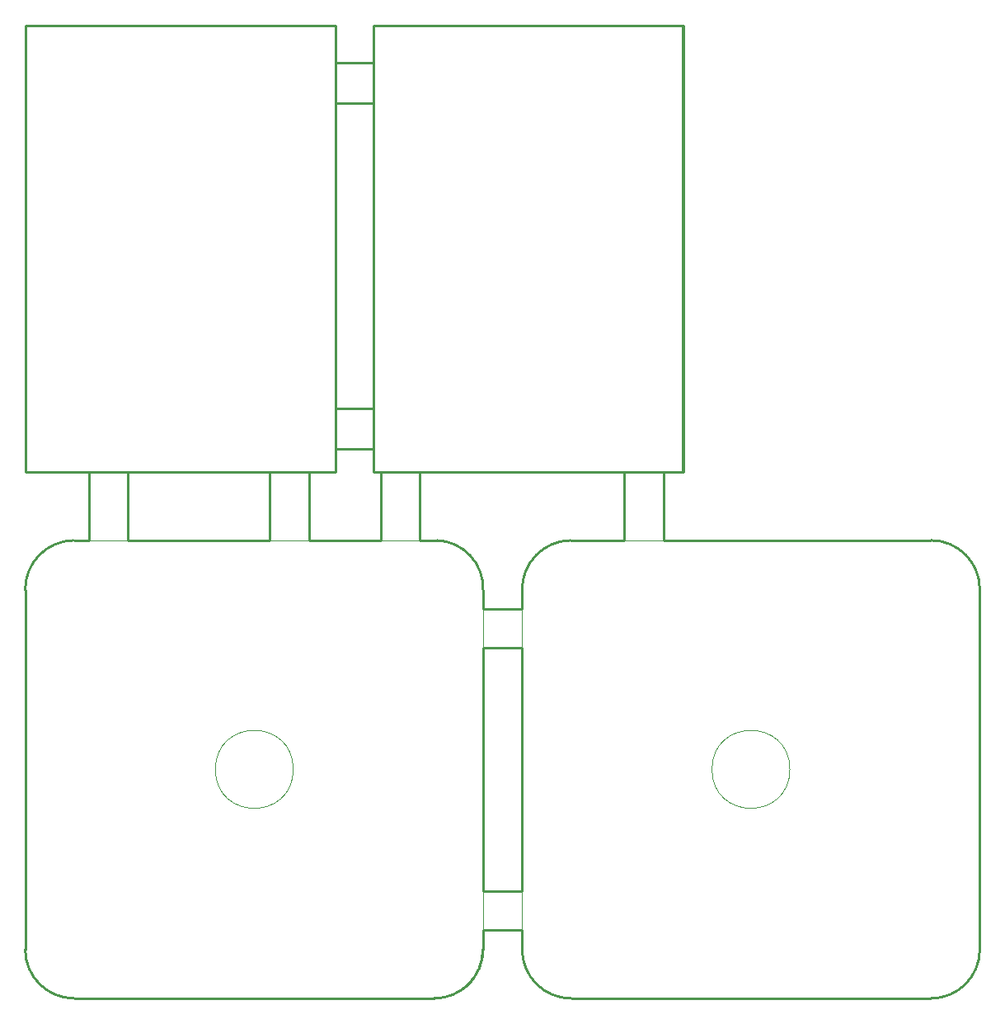
<source format=gko>
G04 Layer_Color=16711935*
%FSLAX44Y44*%
%MOMM*%
G71*
G01*
G75*
%ADD17C,0.2540*%
%ADD65C,0.0127*%
D17*
X470000Y419000D02*
G03*
X422318Y470000I-49341J1659D01*
G01*
X-327Y50327D02*
G03*
X50000Y0I50327J0D01*
G01*
X49673Y470000D02*
G03*
X-327Y419000I500J-50500D01*
G01*
X419673Y0D02*
G03*
X469673Y50000I0J50000D01*
G01*
X930000Y0D02*
G03*
X980000Y50000I0J50000D01*
G01*
Y420000D02*
G03*
X930000Y470000I-50000J0D01*
G01*
X560000D02*
G03*
X510000Y419000I500J-50500D01*
G01*
Y50327D02*
G03*
X560327Y0I50327J0D01*
G01*
X357000Y605000D02*
Y919000D01*
X318000Y605000D02*
Y919000D01*
X357000Y960000D02*
Y998000D01*
X318000Y960000D02*
Y998000D01*
Y919000D02*
X357000D01*
X318000Y960000D02*
X357000D01*
X318000Y605000D02*
X357000D01*
X318000Y564000D02*
X357000D01*
X318000Y540000D02*
Y564000D01*
X357000Y540000D02*
Y564000D01*
Y540000D02*
X365000D01*
X291000D02*
X318000D01*
X405000D02*
X615000D01*
X405000Y470000D02*
X422318D01*
X291000D02*
X365000D01*
X615000Y470000D02*
X615000Y470000D01*
X560000Y470000D02*
X615000D01*
X930000Y470000D02*
X930000Y470000D01*
X655000Y470000D02*
X930000D01*
X655000Y540000D02*
X675000D01*
X615000Y470000D02*
Y540000D01*
X655000Y470000D02*
Y540000D01*
X365000Y470000D02*
Y540000D01*
X405000Y470000D02*
Y540000D01*
X105000Y470000D02*
X251000D01*
X105000Y540000D02*
X251000D01*
Y470000D02*
Y540000D01*
X291000Y470000D02*
Y540000D01*
X105000Y470000D02*
Y540000D01*
X49673Y470000D02*
X65000D01*
Y540000D01*
X0D02*
X65000D01*
X675000D02*
Y998000D01*
X357000D02*
X675000D01*
X0Y540000D02*
Y998000D01*
X318000D01*
X470000Y400000D02*
Y419000D01*
X510000Y400000D02*
Y419000D01*
X470170Y110170D02*
X470340Y110000D01*
X510000D01*
X470170Y110170D02*
Y360000D01*
X510000Y110000D02*
Y360000D01*
Y50327D02*
Y70000D01*
X469673Y69503D02*
X470170Y70000D01*
X469673Y50000D02*
Y69503D01*
X-327Y50327D02*
Y419000D01*
X50000Y0D02*
X419673D01*
X470170Y70000D02*
X510000D01*
X470000Y400000D02*
X510000D01*
X470170Y360000D02*
X510000D01*
X560327Y0D02*
X930000D01*
X980000Y50000D02*
Y420000D01*
X0Y540000D02*
X318000D01*
Y998000D01*
X0D02*
X318000D01*
X0Y540000D02*
Y998000D01*
X357300Y540000D02*
X675300D01*
Y998000D01*
X357300D02*
X675300D01*
X357300Y540000D02*
Y998000D01*
D65*
X275000Y235000D02*
G03*
X275000Y235000I-40000J0D01*
G01*
X469551Y426524D02*
X470000Y419673D01*
X468275Y432935D02*
X469551Y426524D01*
X466174Y439126D02*
X468275Y432935D01*
X463283Y444989D02*
X466174Y439126D01*
X459651Y450425D02*
X463283Y444989D01*
X455340Y455340D02*
X459651Y450425D01*
X450425Y459651D02*
X455340Y455340D01*
X444989Y463283D02*
X450425Y459651D01*
X439126Y466174D02*
X444989Y463283D01*
X432935Y468276D02*
X439126Y466174D01*
X426524Y469551D02*
X432935Y468276D01*
X419673Y470000D02*
X426524Y469551D01*
X470000Y50327D02*
X470000Y419673D01*
X419673Y0D02*
X426524Y449D01*
X432935Y1725D01*
X439126Y3826D01*
X444989Y6717D01*
X450425Y10349D01*
X455340Y14660D01*
X459651Y19575D01*
X463283Y25011D01*
X466174Y30874D01*
X468276Y37065D01*
X469551Y43477D01*
X470000Y50327D01*
X50327Y0D02*
X419673Y0D01*
X37065Y1724D02*
X43477Y449D01*
X50327Y0D01*
X0Y419673D02*
X449Y426524D01*
X0Y50327D02*
Y419673D01*
Y50327D02*
X449Y43477D01*
X1724Y37065D01*
X3826Y30874D01*
X6717Y25011D01*
X10349Y19575D01*
X14660Y14660D01*
X19575Y10349D01*
X25011Y6717D01*
X30874Y3826D01*
X37065Y1724D01*
Y468276D02*
X43477Y469551D01*
X30874Y466174D02*
X37065Y468276D01*
X43477Y469551D02*
X50327Y470000D01*
X25011Y463283D02*
X30874Y466174D01*
X19575Y459651D02*
X25011Y463283D01*
X14660Y455340D02*
X19575Y459651D01*
X10349Y450425D02*
X14660Y455340D01*
X6717Y444989D02*
X10349Y450425D01*
X3826Y439126D02*
X6717Y444989D01*
X1724Y432935D02*
X3826Y439126D01*
X449Y426524D02*
X1724Y432935D01*
X50327Y470000D02*
X419673Y470000D01*
X785000Y235000D02*
G03*
X785000Y235000I-40000J0D01*
G01*
X979551Y426524D02*
X980000Y419673D01*
X978276Y432935D02*
X979551Y426524D01*
X976174Y439126D02*
X978276Y432935D01*
X973283Y444989D02*
X976174Y439126D01*
X969651Y450425D02*
X973283Y444989D01*
X965340Y455340D02*
X969651Y450425D01*
X960425Y459651D02*
X965340Y455340D01*
X954989Y463283D02*
X960425Y459651D01*
X949126Y466174D02*
X954989Y463283D01*
X942935Y468276D02*
X949126Y466174D01*
X936524Y469551D02*
X942935Y468276D01*
X929673Y470000D02*
X936524Y469551D01*
X980000Y50327D02*
X980000Y419673D01*
X929673Y0D02*
X936524Y449D01*
X942935Y1725D01*
X949126Y3826D01*
X954989Y6717D01*
X960425Y10349D01*
X965340Y14660D01*
X969651Y19575D01*
X973283Y25011D01*
X976174Y30874D01*
X978276Y37065D01*
X979551Y43477D01*
X980000Y50327D01*
X560327Y0D02*
X929673Y0D01*
X547065Y1724D02*
X553476Y449D01*
X560327Y0D01*
X510000Y419673D02*
X510449Y426524D01*
X510000Y50327D02*
Y419673D01*
Y50327D02*
X510449Y43477D01*
X511724Y37065D01*
X513826Y30874D01*
X516717Y25011D01*
X520349Y19575D01*
X524660Y14660D01*
X529575Y10349D01*
X535011Y6717D01*
X540874Y3826D01*
X547065Y1724D01*
Y468276D02*
X553476Y469551D01*
X540874Y466174D02*
X547065Y468276D01*
X553476Y469551D02*
X560327Y470000D01*
X535011Y463283D02*
X540874Y466174D01*
X529575Y459651D02*
X535011Y463283D01*
X524660Y455340D02*
X529575Y459651D01*
X520349Y450425D02*
X524660Y455340D01*
X516717Y444989D02*
X520349Y450425D01*
X513826Y439126D02*
X516717Y444989D01*
X511724Y432935D02*
X513826Y439126D01*
X510449Y426524D02*
X511724Y432935D01*
X560327Y470000D02*
X929673Y470000D01*
M02*

</source>
